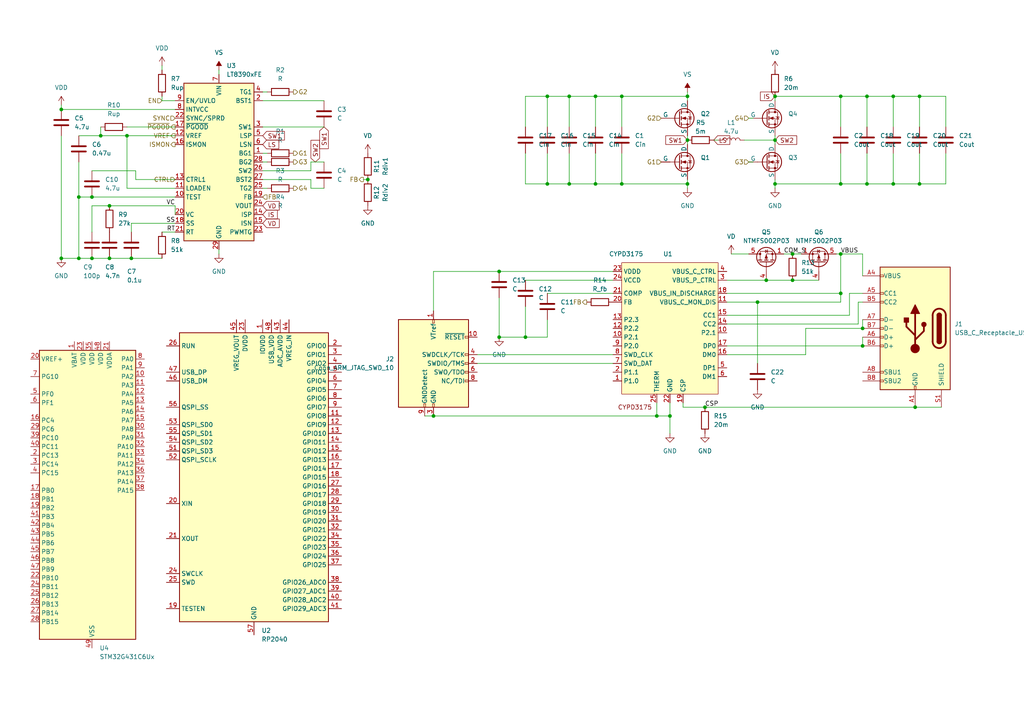
<source format=kicad_sch>
(kicad_sch (version 20230121) (generator eeschema)
  (paper "A4")
  (lib_symbols
    (symbol "CYPD3175-24LQ:CYPD3715-24LQ"
      (property "Reference" "U1" (at -0.5848 21.59 0))
      (property "Value" "~" (at -12.7 21.59 0))
      (symbol "CYPD3715-24LQ_1_1"
        (rectangle (start -13.97 19.05) (end 13.97 -19.05) (fill (type background)))
        (text "CYPD3175" (at -10.16 -22.86 0) (effects (font (size 1.27 1.27))))
        (pin bidirectional line (at -16.51 -15.24 0) (length 2.54) (name "P1.0") (number "1"))
        (pin bidirectional line (at -16.51 -2.54 0) (length 2.54) (name "P2.1") (number "10"))
        (pin bidirectional line (at 16.51 -1.27 180) (length 2.54) (name "P2.1") (number "10"))
        (pin input line (at 16.51 7.62 180) (length 2.54) (name "VBUS_C_MON_DIS") (number "11"))
        (pin bidirectional line (at -16.51 0 0) (length 2.54) (name "P2.2") (number "12"))
        (pin bidirectional line (at -16.51 2.54 0) (length 2.54) (name "P2.3") (number "13"))
        (pin bidirectional line (at 16.51 1.27 180) (length 2.54) (name "CC2") (number "14"))
        (pin bidirectional line (at 16.51 3.81 180) (length 2.54) (name "CC1") (number "15"))
        (pin bidirectional line (at 16.51 -7.62 180) (length 2.54) (name "DM0") (number "16"))
        (pin bidirectional line (at 16.51 -5.08 180) (length 2.54) (name "DP0") (number "17"))
        (pin input line (at 16.51 10.16 180) (length 2.54) (name "VBUS_IN_DISCHARGE") (number "18"))
        (pin input line (at 3.81 -21.59 90) (length 2.54) (name "CSP") (number "19"))
        (pin bidirectional line (at -16.51 -12.7 0) (length 2.54) (name "P1.1") (number "2"))
        (pin output line (at -16.51 7.62 0) (length 2.54) (name "FB") (number "20"))
        (pin output line (at -16.51 10.16 0) (length 2.54) (name "COMP") (number "21"))
        (pin power_in line (at 0 -21.59 90) (length 2.54) (name "GND") (number "22"))
        (pin power_in line (at -16.51 16.51 0) (length 2.54) (name "VDDD") (number "23"))
        (pin power_out line (at -16.51 13.97 0) (length 2.54) (name "VCCD") (number "24"))
        (pin passive line (at -3.81 -21.59 90) (length 2.54) (name "THERM") (number "25"))
        (pin output line (at 16.51 13.97 180) (length 2.54) (name "VBUS_P_CTRL") (number "3"))
        (pin output line (at 16.51 16.51 180) (length 2.54) (name "VBUS_C_CTRL") (number "4"))
        (pin bidirectional line (at 16.51 -11.43 180) (length 2.54) (name "DP1") (number "5"))
        (pin bidirectional line (at 16.51 -13.97 180) (length 2.54) (name "DM1") (number "6"))
        (pin bidirectional line (at -16.51 -10.16 0) (length 2.54) (name "SWD_DAT") (number "7"))
        (pin bidirectional line (at -16.51 -7.62 0) (length 2.54) (name "SWD_CLK") (number "8"))
        (pin bidirectional line (at -16.51 -5.08 0) (length 2.54) (name "P2.0") (number "9"))
      )
    )
    (symbol "Connector:Conn_ARM_JTAG_SWD_10" (pin_names (offset 1.016))
      (property "Reference" "J" (at -2.54 16.51 0))
      (property "Value" "Conn_ARM_JTAG_SWD_10" (at -2.54 13.97 0))
      (symbol "Conn_ARM_JTAG_SWD_10_0_1"
        (rectangle (start -10.16 12.7) (end 10.16 -12.7) (stroke (width 0.254)) (fill (type background)))
        (rectangle (start -2.794 -12.7) (end -2.286 -11.684))
        (rectangle (start -0.254 -12.7) (end 0.254 -11.684))
        (rectangle (start -0.254 12.7) (end 0.254 11.684))
        (rectangle (start 9.144 2.286) (end 10.16 2.794))
        (rectangle (start 10.16 -2.794) (end 9.144 -2.286))
        (rectangle (start 10.16 -0.254) (end 9.144 0.254))
        (rectangle (start 10.16 7.874) (end 9.144 7.366))
      )
      (symbol "Conn_ARM_JTAG_SWD_10_1_1"
        (rectangle (start 9.144 -5.334) (end 10.16 -4.826))
        (pin power_in line (at 0 15.24 270) (length 2.54) (name "VTref") (number "1"))
        (pin open_collector line (at 12.7 7.62 180) (length 2.54) (name "~{RESET}") (number "10"))
        (pin bidirectional line (at 12.7 0 180) (length 2.54) (name "SWDIO/TMS") (number "2"))
        (pin power_in line (at 0 -15.24 90) (length 2.54) (name "GND") (number "3"))
        (pin output line (at 12.7 2.54 180) (length 2.54) (name "SWDCLK/TCK") (number "4"))
        (pin passive line (at 0 -15.24 90) (length 2.54) hide (name "GND") (number "5"))
        (pin input line (at 12.7 -2.54 180) (length 2.54) (name "SWO/TDO") (number "6"))
        (pin no_connect line (at -10.16 0 0) (length 2.54) hide (name "KEY") (number "7"))
        (pin output line (at 12.7 -5.08 180) (length 2.54) (name "NC/TDI") (number "8"))
        (pin passive line (at -2.54 -15.24 90) (length 2.54) (name "GNDDetect") (number "9"))
      )
    )
    (symbol "Connector:USB_C_Receptacle_USB2.0" (pin_names (offset 1.016))
      (property "Reference" "J" (at -10.16 19.05 0))
      (property "Value" "USB_C_Receptacle_USB2.0" (at 19.05 19.05 0))
      (symbol "USB_C_Receptacle_USB2.0_0_0"
        (rectangle (start -0.254 -17.78) (end 0.254 -16.764))
        (rectangle (start 10.16 -14.986) (end 9.144 -15.494))
        (rectangle (start 10.16 -12.446) (end 9.144 -12.954))
        (rectangle (start 10.16 -4.826) (end 9.144 -5.334))
        (rectangle (start 10.16 -2.286) (end 9.144 -2.794))
        (rectangle (start 10.16 0.254) (end 9.144 -0.254))
        (rectangle (start 10.16 2.794) (end 9.144 2.286))
        (rectangle (start 10.16 7.874) (end 9.144 7.366))
        (rectangle (start 10.16 10.414) (end 9.144 9.906))
        (rectangle (start 10.16 15.494) (end 9.144 14.986))
      )
      (symbol "USB_C_Receptacle_USB2.0_0_1"
        (rectangle (start -10.16 17.78) (end 10.16 -17.78) (stroke (width 0.254)) (fill (type background)))
        (arc (start -8.89 -3.81) (mid -6.985 -5.7067) (end -5.08 -3.81) (stroke (width 0.508)))
        (arc (start -7.62 -3.81) (mid -6.985 -4.4423) (end -6.35 -3.81) (stroke (width 0.254)))
        (arc (start -7.62 -3.81) (mid -6.985 -4.4423) (end -6.35 -3.81) (stroke (width 0.254)) (fill (type outline)))
        (rectangle (start -7.62 -3.81) (end -6.35 3.81) (stroke (width 0.254)) (fill (type outline)))
        (arc (start -6.35 3.81) (mid -6.985 4.4423) (end -7.62 3.81) (stroke (width 0.254)))
        (arc (start -6.35 3.81) (mid -6.985 4.4423) (end -7.62 3.81) (stroke (width 0.254)) (fill (type outline)))
        (arc (start -5.08 3.81) (mid -6.985 5.7067) (end -8.89 3.81) (stroke (width 0.508)))
        (circle (center -2.54 1.143) (radius 0.635) (stroke (width 0.254)) (fill (type outline)))
        (circle (center 0 -5.842) (radius 1.27) (fill (type outline)))
        (polyline (pts (xy -8.89 -3.81) (xy -8.89 3.81)) (stroke (width 0.508)))
        (polyline (pts (xy -5.08 3.81) (xy -5.08 -3.81)) (stroke (width 0.508)))
        (polyline (pts (xy 0 -5.842) (xy 0 4.318)) (stroke (width 0.508)))
        (polyline (pts (xy 0 -3.302) (xy -2.54 -0.762) (xy -2.54 0.508)) (stroke (width 0.508)))
        (polyline (pts (xy 0 -2.032) (xy 2.54 0.508) (xy 2.54 1.778)) (stroke (width 0.508)))
        (polyline (pts (xy -1.27 4.318) (xy 0 6.858) (xy 1.27 4.318) (xy -1.27 4.318)) (stroke (width 0.254)) (fill (type outline)))
        (rectangle (start 1.905 1.778) (end 3.175 3.048) (stroke (width 0.254)) (fill (type outline)))
      )
      (symbol "USB_C_Receptacle_USB2.0_1_1"
        (pin passive line (at 0 -22.86 90) (length 5.08) (name "GND") (number "A1"))
        (pin passive line (at 0 -22.86 90) (length 5.08) hide (name "GND") (number "A12"))
        (pin passive line (at 15.24 15.24 180) (length 5.08) (name "VBUS") (number "A4"))
        (pin bidirectional line (at 15.24 10.16 180) (length 5.08) (name "CC1") (number "A5"))
        (pin bidirectional line (at 15.24 -2.54 180) (length 5.08) (name "D+") (number "A6"))
        (pin bidirectional line (at 15.24 2.54 180) (length 5.08) (name "D-") (number "A7"))
        (pin bidirectional line (at 15.24 -12.7 180) (length 5.08) (name "SBU1") (number "A8"))
        (pin passive line (at 15.24 15.24 180) (length 5.08) hide (name "VBUS") (number "A9"))
        (pin passive line (at 0 -22.86 90) (length 5.08) hide (name "GND") (number "B1"))
        (pin passive line (at 0 -22.86 90) (length 5.08) hide (name "GND") (number "B12"))
        (pin passive line (at 15.24 15.24 180) (length 5.08) hide (name "VBUS") (number "B4"))
        (pin bidirectional line (at 15.24 7.62 180) (length 5.08) (name "CC2") (number "B5"))
        (pin bidirectional line (at 15.24 -5.08 180) (length 5.08) (name "D+") (number "B6"))
        (pin bidirectional line (at 15.24 0 180) (length 5.08) (name "D-") (number "B7"))
        (pin bidirectional line (at 15.24 -15.24 180) (length 5.08) (name "SBU2") (number "B8"))
        (pin passive line (at 15.24 15.24 180) (length 5.08) hide (name "VBUS") (number "B9"))
        (pin passive line (at -7.62 -22.86 90) (length 5.08) (name "SHIELD") (number "S1"))
      )
    )
    (symbol "Device:C" (pin_numbers hide) (pin_names (offset 0.254))
      (property "Reference" "C" (at 0.635 2.54 0))
      (property "Value" "C" (at 0.635 -2.54 0))
      (symbol "C_0_1"
        (polyline (pts (xy -2.032 -0.762) (xy 2.032 -0.762)) (stroke (width 0.508)))
        (polyline (pts (xy -2.032 0.762) (xy 2.032 0.762)) (stroke (width 0.508)))
      )
      (symbol "C_1_1"
        (pin passive line (at 0 3.81 270) (length 2.794) (name "~") (number "1"))
        (pin passive line (at 0 -3.81 90) (length 2.794) (name "~") (number "2"))
      )
    )
    (symbol "Device:L" (pin_numbers hide) (pin_names (offset 1.016) hide)
      (property "Reference" "L" (at -1.27 0 90))
      (property "Value" "L" (at 1.905 0 90))
      (symbol "L_0_1"
        (arc (start 0 -2.54) (mid 0.6323 -1.905) (end 0 -1.27))
        (arc (start 0 -1.27) (mid 0.6323 -0.635) (end 0 0))
        (arc (start 0 0) (mid 0.6323 0.635) (end 0 1.27))
        (arc (start 0 1.27) (mid 0.6323 1.905) (end 0 2.54))
      )
      (symbol "L_1_1"
        (pin passive line (at 0 3.81 270) (length 1.27) (name "1") (number "1"))
        (pin passive line (at 0 -3.81 90) (length 1.27) (name "2") (number "2"))
      )
    )
    (symbol "Device:R" (pin_numbers hide) (pin_names (offset 0))
      (property "Reference" "R" (at 2.032 0 90))
      (property "Value" "R" (at 0 0 90))
      (symbol "R_0_1"
        (rectangle (start -1.016 -2.54) (end 1.016 2.54) (stroke (width 0.254)))
      )
      (symbol "R_1_1"
        (pin passive line (at 0 3.81 270) (length 1.27) (name "~") (number "1"))
        (pin passive line (at 0 -3.81 90) (length 1.27) (name "~") (number "2"))
      )
    )
    (symbol "Driver_LED:LT8391xFE"
      (property "Reference" "U3" (at 2.1941 27.94 0))
      (property "Value" "LT8391xFE" (at 2.1941 25.4 0))
      (symbol "LT8391xFE_0_1"
        (rectangle (start -10.16 22.86) (end 10.16 -22.86) (stroke (width 0.254)) (fill (type background)))
      )
      (symbol "LT8391xFE_1_1"
        (pin output line (at 12.7 2.54 180) (length 2.54) (name "BG1") (number "1"))
        (pin input line (at -12.7 -10.16 0) (length 2.54) (name "TEST") (number "10"))
        (pin input line (at -12.7 -7.62 0) (length 2.54) (name "LOADEN") (number "11"))
        (pin power_out line (at -12.7 7.62 0) (length 2.54) (name "VREF") (number "12"))
        (pin input line (at -12.7 -5.08 0) (length 2.54) (name "CTRL1") (number "13"))
        (pin input line (at 12.7 -15.24 180) (length 2.54) (name "ISP") (number "14"))
        (pin input line (at 12.7 -17.78 180) (length 2.54) (name "ISN") (number "15"))
        (pin input line (at -12.7 5.08 0) (length 2.54) (name "ISMON") (number "16"))
        (pin open_collector line (at -12.7 10.16 0) (length 2.54) (name "~{PGOOD}") (number "17"))
        (pin passive line (at -12.7 -17.78 0) (length 2.54) (name "SS") (number "18"))
        (pin input line (at 12.7 -10.16 180) (length 2.54) (name "FB") (number "19"))
        (pin passive line (at 12.7 17.78 180) (length 2.54) (name "BST1") (number "2"))
        (pin passive line (at -12.7 -15.24 0) (length 2.54) (name "VC") (number "20"))
        (pin passive line (at -12.7 -20.32 0) (length 2.54) (name "RT") (number "21"))
        (pin input line (at -12.7 12.7 0) (length 2.54) (name "SYNC/SPRD") (number "22"))
        (pin output line (at 12.7 -20.32 180) (length 2.54) (name "PWMTG") (number "23"))
        (pin power_in line (at 12.7 -12.7 180) (length 2.54) (name "VOUT") (number "24"))
        (pin output line (at 12.7 -7.62 180) (length 2.54) (name "TG2") (number "25"))
        (pin passive line (at 12.7 -2.54 180) (length 2.54) (name "SW2") (number "26"))
        (pin passive line (at 12.7 -5.08 180) (length 2.54) (name "BST2") (number "27"))
        (pin output line (at 12.7 0 180) (length 2.54) (name "BG2") (number "28"))
        (pin power_in line (at 0 -25.4 90) (length 2.54) (name "GND") (number "29"))
        (pin passive line (at 12.7 10.16 180) (length 2.54) (name "SW1") (number "3"))
        (pin output line (at 12.7 20.32 180) (length 2.54) (name "TG1") (number "4"))
        (pin input line (at 12.7 7.62 180) (length 2.54) (name "LSP") (number "5"))
        (pin input line (at 12.7 5.08 180) (length 2.54) (name "LSN") (number "6"))
        (pin power_in line (at 0 25.4 270) (length 2.54) (name "VIN") (number "7"))
        (pin power_out line (at -12.7 15.24 0) (length 2.54) (name "INTVCC") (number "8"))
        (pin input line (at -12.7 17.78 0) (length 2.54) (name "EN/UVLO") (number "9"))
      )
    )
    (symbol "MCU_RaspberryPi:RP2040"
      (property "Reference" "U" (at 17.78 45.72 0))
      (property "Value" "RP2040" (at 17.78 43.18 0))
      (symbol "RP2040_0_1"
        (rectangle (start -21.59 41.91) (end 21.59 -41.91) (stroke (width 0.254)) (fill (type background)))
      )
      (symbol "RP2040_1_1"
        (pin power_in line (at 2.54 45.72 270) (length 3.81) (name "IOVDD") (number "1"))
        (pin passive line (at 2.54 45.72 270) (length 3.81) hide (name "IOVDD") (number "10"))
        (pin bidirectional line (at 25.4 17.78 180) (length 3.81) (name "GPIO8") (number "11"))
        (pin bidirectional line (at 25.4 15.24 180) (length 3.81) (name "GPIO9") (number "12"))
        (pin bidirectional line (at 25.4 12.7 180) (length 3.81) (name "GPIO10") (number "13"))
        (pin bidirectional line (at 25.4 10.16 180) (length 3.81) (name "GPIO11") (number "14"))
        (pin bidirectional line (at 25.4 7.62 180) (length 3.81) (name "GPIO12") (number "15"))
        (pin bidirectional line (at 25.4 5.08 180) (length 3.81) (name "GPIO13") (number "16"))
        (pin bidirectional line (at 25.4 2.54 180) (length 3.81) (name "GPIO14") (number "17"))
        (pin bidirectional line (at 25.4 0 180) (length 3.81) (name "GPIO15") (number "18"))
        (pin input line (at -25.4 -38.1 0) (length 3.81) (name "TESTEN") (number "19"))
        (pin bidirectional line (at 25.4 38.1 180) (length 3.81) (name "GPIO0") (number "2"))
        (pin input line (at -25.4 -7.62 0) (length 3.81) (name "XIN") (number "20"))
        (pin passive line (at -25.4 -17.78 0) (length 3.81) (name "XOUT") (number "21"))
        (pin passive line (at 2.54 45.72 270) (length 3.81) hide (name "IOVDD") (number "22"))
        (pin power_in line (at -2.54 45.72 270) (length 3.81) (name "DVDD") (number "23"))
        (pin input line (at -25.4 -27.94 0) (length 3.81) (name "SWCLK") (number "24"))
        (pin bidirectional line (at -25.4 -30.48 0) (length 3.81) (name "SWD") (number "25"))
        (pin input line (at -25.4 38.1 0) (length 3.81) (name "RUN") (number "26"))
        (pin bidirectional line (at 25.4 -2.54 180) (length 3.81) (name "GPIO16") (number "27"))
        (pin bidirectional line (at 25.4 -5.08 180) (length 3.81) (name "GPIO17") (number "28"))
        (pin bidirectional line (at 25.4 -7.62 180) (length 3.81) (name "GPIO18") (number "29"))
        (pin bidirectional line (at 25.4 35.56 180) (length 3.81) (name "GPIO1") (number "3"))
        (pin bidirectional line (at 25.4 -10.16 180) (length 3.81) (name "GPIO19") (number "30"))
        (pin bidirectional line (at 25.4 -12.7 180) (length 3.81) (name "GPIO20") (number "31"))
        (pin bidirectional line (at 25.4 -15.24 180) (length 3.81) (name "GPIO21") (number "32"))
        (pin passive line (at 2.54 45.72 270) (length 3.81) hide (name "IOVDD") (number "33"))
        (pin bidirectional line (at 25.4 -17.78 180) (length 3.81) (name "GPIO22") (number "34"))
        (pin bidirectional line (at 25.4 -20.32 180) (length 3.81) (name "GPIO23") (number "35"))
        (pin bidirectional line (at 25.4 -22.86 180) (length 3.81) (name "GPIO24") (number "36"))
        (pin bidirectional line (at 25.4 -25.4 180) (length 3.81) (name "GPIO25") (number "37"))
        (pin bidirectional line (at 25.4 -30.48 180) (length 3.81) (name "GPIO26_ADC0") (number "38"))
        (pin bidirectional line (at 25.4 -33.02 180) (length 3.81) (name "GPIO27_ADC1") (number "39"))
        (pin bidirectional line (at 25.4 33.02 180) (length 3.81) (name "GPIO2") (number "4"))
        (pin bidirectional line (at 25.4 -35.56 180) (length 3.81) (name "GPIO28_ADC2") (number "40"))
        (pin bidirectional line (at 25.4 -38.1 180) (length 3.81) (name "GPIO29_ADC3") (number "41"))
        (pin passive line (at 2.54 45.72 270) (length 3.81) hide (name "IOVDD") (number "42"))
        (pin power_in line (at 7.62 45.72 270) (length 3.81) (name "ADC_AVDD") (number "43"))
        (pin power_in line (at 10.16 45.72 270) (length 3.81) (name "VREG_IN") (number "44"))
        (pin power_out line (at -5.08 45.72 270) (length 3.81) (name "VREG_VOUT") (number "45"))
        (pin bidirectional line (at -25.4 27.94 0) (length 3.81) (name "USB_DM") (number "46"))
        (pin bidirectional line (at -25.4 30.48 0) (length 3.81) (name "USB_DP") (number "47"))
        (pin power_in line (at 5.08 45.72 270) (length 3.81) (name "USB_VDD") (number "48"))
        (pin passive line (at 2.54 45.72 270) (length 3.81) hide (name "IOVDD") (number "49"))
        (pin bidirectional line (at 25.4 30.48 180) (length 3.81) (name "GPIO3") (number "5"))
        (pin passive line (at -2.54 45.72 270) (length 3.81) hide (name "DVDD") (number "50"))
        (pin bidirectional line (at -25.4 7.62 0) (length 3.81) (name "QSPI_SD3") (number "51"))
        (pin output line (at -25.4 5.08 0) (length 3.81) (name "QSPI_SCLK") (number "52"))
        (pin bidirectional line (at -25.4 15.24 0) (length 3.81) (name "QSPI_SD0") (number "53"))
        (pin bidirectional line (at -25.4 10.16 0) (length 3.81) (name "QSPI_SD2") (number "54"))
        (pin bidirectional line (at -25.4 12.7 0) (length 3.81) (name "QSPI_SD1") (number "55"))
        (pin bidirectional line (at -25.4 20.32 0) (length 3.81) (name "QSPI_SS") (number "56"))
        (pin power_in line (at 0 -45.72 90) (length 3.81) (name "GND") (number "57"))
        (pin bidirectional line (at 25.4 27.94 180) (length 3.81) (name "GPIO4") (number "6"))
        (pin bidirectional line (at 25.4 25.4 180) (length 3.81) (name "GPIO5") (number "7"))
        (pin bidirectional line (at 25.4 22.86 180) (length 3.81) (name "GPIO6") (number "8"))
        (pin bidirectional line (at 25.4 20.32 180) (length 3.81) (name "GPIO7") (number "9"))
      )
    )
    (symbol "MCU_ST_STM32G4:STM32G431C6Ux"
      (property "Reference" "U" (at -12.7 44.45 0))
      (property "Value" "STM32G431C6Ux" (at 10.16 44.45 0))
      (symbol "STM32G431C6Ux_0_1"
        (rectangle (start -12.7 -40.64) (end 15.24 43.18) (stroke (width 0.254)) (fill (type background)))
      )
      (symbol "STM32G431C6Ux_1_1"
        (pin power_in line (at -2.54 45.72 270) (length 2.54) (name "VBAT") (number "1"))
        (pin bidirectional line (at 17.78 35.56 180) (length 2.54) (name "PA2") (number "10"))
        (pin bidirectional line (at 17.78 33.02 180) (length 2.54) (name "PA3") (number "11"))
        (pin bidirectional line (at 17.78 30.48 180) (length 2.54) (name "PA4") (number "12"))
        (pin bidirectional line (at 17.78 27.94 180) (length 2.54) (name "PA5") (number "13"))
        (pin bidirectional line (at 17.78 25.4 180) (length 2.54) (name "PA6") (number "14"))
        (pin bidirectional line (at 17.78 22.86 180) (length 2.54) (name "PA7") (number "15"))
        (pin bidirectional line (at -15.24 22.86 0) (length 2.54) (name "PC4") (number "16"))
        (pin bidirectional line (at -15.24 2.54 0) (length 2.54) (name "PB0") (number "17"))
        (pin bidirectional line (at -15.24 0 0) (length 2.54) (name "PB1") (number "18"))
        (pin bidirectional line (at -15.24 -2.54 0) (length 2.54) (name "PB2") (number "19"))
        (pin bidirectional line (at -15.24 12.7 0) (length 2.54) (name "PC13") (number "2"))
        (pin input line (at -15.24 40.64 0) (length 2.54) (name "VREF+") (number "20"))
        (pin power_in line (at 7.62 45.72 270) (length 2.54) (name "VDDA") (number "21"))
        (pin bidirectional line (at -15.24 -22.86 0) (length 2.54) (name "PB10") (number "22"))
        (pin power_in line (at 0 45.72 270) (length 2.54) (name "VDD") (number "23"))
        (pin bidirectional line (at -15.24 -25.4 0) (length 2.54) (name "PB11") (number "24"))
        (pin bidirectional line (at -15.24 -27.94 0) (length 2.54) (name "PB12") (number "25"))
        (pin bidirectional line (at -15.24 -30.48 0) (length 2.54) (name "PB13") (number "26"))
        (pin bidirectional line (at -15.24 -33.02 0) (length 2.54) (name "PB14") (number "27"))
        (pin bidirectional line (at -15.24 -35.56 0) (length 2.54) (name "PB15") (number "28"))
        (pin bidirectional line (at -15.24 20.32 0) (length 2.54) (name "PC6") (number "29"))
        (pin bidirectional line (at -15.24 10.16 0) (length 2.54) (name "PC14") (number "3"))
        (pin bidirectional line (at 17.78 20.32 180) (length 2.54) (name "PA8") (number "30"))
        (pin bidirectional line (at 17.78 17.78 180) (length 2.54) (name "PA9") (number "31"))
        (pin bidirectional line (at 17.78 15.24 180) (length 2.54) (name "PA10") (number "32"))
        (pin bidirectional line (at 17.78 12.7 180) (length 2.54) (name "PA11") (number "33"))
        (pin bidirectional line (at 17.78 10.16 180) (length 2.54) (name "PA12") (number "34"))
        (pin power_in line (at 2.54 45.72 270) (length 2.54) (name "VDD") (number "35"))
        (pin bidirectional line (at 17.78 7.62 180) (length 2.54) (name "PA13") (number "36"))
        (pin bidirectional line (at 17.78 5.08 180) (length 2.54) (name "PA14") (number "37"))
        (pin bidirectional line (at 17.78 2.54 180) (length 2.54) (name "PA15") (number "38"))
        (pin bidirectional line (at -15.24 17.78 0) (length 2.54) (name "PC10") (number "39"))
        (pin bidirectional line (at -15.24 7.62 0) (length 2.54) (name "PC15") (number "4"))
        (pin bidirectional line (at -15.24 15.24 0) (length 2.54) (name "PC11") (number "40"))
        (pin bidirectional line (at -15.24 -5.08 0) (length 2.54) (name "PB3") (number "41"))
        (pin bidirectional line (at -15.24 -7.62 0) (length 2.54) (name "PB4") (number "42"))
        (pin bidirectional line (at -15.24 -10.16 0) (length 2.54) (name "PB5") (number "43"))
        (pin bidirectional line (at -15.24 -12.7 0) (length 2.54) (name "PB6") (number "44"))
        (pin bidirectional line (at -15.24 -15.24 0) (length 2.54) (name "PB7") (number "45"))
        (pin bidirectional line (at -15.24 -17.78 0) (length 2.54) (name "PB8") (number "46"))
        (pin bidirectional line (at -15.24 -20.32 0) (length 2.54) (name "PB9") (number "47"))
        (pin power_in line (at 5.08 45.72 270) (length 2.54) (name "VDD") (number "48"))
        (pin power_in line (at 2.54 -43.18 90) (length 2.54) (name "VSS") (number "49"))
        (pin bidirectional line (at -15.24 30.48 0) (length 2.54) (name "PF0") (number "5"))
        (pin bidirectional line (at -15.24 27.94 0) (length 2.54) (name "PF1") (number "6"))
        (pin bidirectional line (at -15.24 35.56 0) (length 2.54) (name "PG10") (number "7"))
        (pin bidirectional line (at 17.78 40.64 180) (length 2.54) (name "PA0") (number "8"))
        (pin bidirectional line (at 17.78 38.1 180) (length 2.54) (name "PA1") (number "9"))
      )
    )
    (symbol "Simulation_SPICE:NMOS" (pin_numbers hide) (pin_names (offset 0))
      (property "Reference" "Q" (at 5.08 1.27 0))
      (property "Value" "NMOS" (at 5.08 -1.27 0))
      (symbol "NMOS_0_1"
        (polyline (pts (xy 0.254 0) (xy -2.54 0)))
        (polyline (pts (xy 0.254 1.905) (xy 0.254 -1.905)) (stroke (width 0.254)))
        (polyline (pts (xy 0.762 -1.27) (xy 0.762 -2.286)) (stroke (width 0.254)))
        (polyline (pts (xy 0.762 0.508) (xy 0.762 -0.508)) (stroke (width 0.254)))
        (polyline (pts (xy 0.762 2.286) (xy 0.762 1.27)) (stroke (width 0.254)))
        (polyline (pts (xy 2.54 2.54) (xy 2.54 1.778)))
        (polyline (pts (xy 2.54 -2.54) (xy 2.54 0) (xy 0.762 0)))
        (polyline (pts (xy 0.762 -1.778) (xy 3.302 -1.778) (xy 3.302 1.778) (xy 0.762 1.778)))
        (polyline (pts (xy 1.016 0) (xy 2.032 0.381) (xy 2.032 -0.381) (xy 1.016 0)) (fill (type outline)))
        (polyline (pts (xy 2.794 0.508) (xy 2.921 0.381) (xy 3.683 0.381) (xy 3.81 0.254)))
        (polyline (pts (xy 3.302 0.381) (xy 2.921 -0.254) (xy 3.683 -0.254) (xy 3.302 0.381)))
        (circle (center 1.651 0) (radius 2.794) (stroke (width 0.254)))
        (circle (center 2.54 -1.778) (radius 0.254) (fill (type outline)))
        (circle (center 2.54 1.778) (radius 0.254) (fill (type outline)))
      )
      (symbol "NMOS_1_1"
        (pin passive line (at 2.54 5.08 270) (length 2.54) (name "D") (number "1"))
        (pin input line (at -5.08 0 0) (length 2.54) (name "G") (number "2"))
        (pin passive line (at 2.54 -5.08 90) (length 2.54) (name "S") (number "3"))
      )
    )
    (symbol "Transistor_FET:AON6411" (pin_names hide)
      (property "Reference" "Q" (at 5.08 1.905 0))
      (property "Value" "AON6411" (at 5.08 0 0))
      (symbol "AON6411_0_1"
        (polyline (pts (xy 0.254 0) (xy -2.54 0)))
        (polyline (pts (xy 0.254 1.905) (xy 0.254 -1.905)) (stroke (width 0.254)))
        (polyline (pts (xy 0.762 -1.27) (xy 0.762 -2.286)) (stroke (width 0.254)))
        (polyline (pts (xy 0.762 0.508) (xy 0.762 -0.508)) (stroke (width 0.254)))
        (polyline (pts (xy 0.762 2.286) (xy 0.762 1.27)) (stroke (width 0.254)))
        (polyline (pts (xy 2.54 2.54) (xy 2.54 1.778)))
        (polyline (pts (xy 2.54 -2.54) (xy 2.54 0) (xy 0.762 0)))
        (polyline (pts (xy 0.762 1.778) (xy 3.302 1.778) (xy 3.302 -1.778) (xy 0.762 -1.778)))
        (polyline (pts (xy 2.286 0) (xy 1.27 0.381) (xy 1.27 -0.381) (xy 2.286 0)) (fill (type outline)))
        (polyline (pts (xy 2.794 -0.508) (xy 2.921 -0.381) (xy 3.683 -0.381) (xy 3.81 -0.254)))
        (polyline (pts (xy 3.302 -0.381) (xy 2.921 0.254) (xy 3.683 0.254) (xy 3.302 -0.381)))
        (circle (center 1.651 0) (radius 2.794) (stroke (width 0.254)))
        (circle (center 2.54 -1.778) (radius 0.254) (fill (type outline)))
        (circle (center 2.54 1.778) (radius 0.254) (fill (type outline)))
      )
      (symbol "AON6411_1_1"
        (pin passive line (at 2.54 -5.08 90) (length 2.54) (name "S") (number "1"))
        (pin passive line (at 2.54 -5.08 90) (length 2.54) hide (name "S") (number "2"))
        (pin passive line (at 2.54 -5.08 90) (length 2.54) hide (name "S") (number "3"))
        (pin input line (at -5.08 0 0) (length 2.54) (name "G") (number "4"))
        (pin passive line (at 2.54 5.08 270) (length 2.54) (name "D") (number "5"))
      )
    )
    (symbol "power:GND" (power) (pin_names (offset 0))
      (property "Value" "GND" (at 0 -3.81 0))
      (symbol "GND_0_1"
        (polyline (pts (xy 0 0) (xy 0 -1.27) (xy 1.27 -1.27) (xy 0 -2.54) (xy -1.27 -1.27) (xy 0 -1.27)))
      )
      (symbol "GND_1_1"
        (pin power_in line (at 0 0 270) (length 0) hide (name "GND") (number "1"))
      )
    )
    (symbol "power:VD" (power) (pin_names (offset 0))
      (property "Value" "VD" (at 0 3.81 0))
      (symbol "VD_0_1"
        (polyline (pts (xy -0.762 1.27) (xy 0 2.54)))
        (polyline (pts (xy 0 0) (xy 0 2.54)))
        (polyline (pts (xy 0 2.54) (xy 0.762 1.27)))
      )
      (symbol "VD_1_1"
        (pin power_in line (at 0 0 90) (length 0) hide (name "VD") (number "1"))
      )
    )
    (symbol "power:VDD" (power) (pin_names (offset 0))
      (property "Value" "VDD" (at 0 3.81 0))
      (symbol "VDD_0_1"
        (polyline (pts (xy -0.762 1.27) (xy 0 2.54)))
        (polyline (pts (xy 0 0) (xy 0 2.54)))
        (polyline (pts (xy 0 2.54) (xy 0.762 1.27)))
      )
      (symbol "VDD_1_1"
        (pin power_in line (at 0 0 90) (length 0) hide (name "VDD") (number "1"))
      )
    )
    (symbol "power:VS" (power) (pin_names (offset 0))
      (property "Value" "VS" (at 0 3.81 0))
      (symbol "VS_0_1"
        (polyline (pts (xy 0 0) (xy 0 2.54)))
        (polyline (pts (xy 0.762 1.27) (xy -0.762 1.27) (xy 0 2.54) (xy 0.762 1.27)) (fill (type outline)))
      )
      (symbol "VS_1_1"
        (pin power_in line (at 0 0 90) (length 0) hide (name "VS") (number "1"))
      )
    )
  )
  (junction (at 190.5 120.65))
  (junction (at 158.75 53.34))
  (junction (at 204.47 118.11))
  (junction (at 36.83 39.37))
  (junction (at 243.84 73.66))
  (junction (at 31.75 59.69))
  (junction (at 31.75 74.93))
  (junction (at 251.46 27.94))
  (junction (at 251.46 53.34))
  (junction (at 152.4 97.79))
  (junction (at 17.78 74.93))
  (junction (at 194.31 120.65))
  (junction (at 243.84 27.94))
  (junction (at 158.75 27.94))
  (junction (at 125.73 120.65))
  (junction (at 26.67 57.15))
  (junction (at 259.08 27.94))
  (junction (at 224.79 53.34))
  (junction (at 266.7 27.94))
  (junction (at 144.78 97.79))
  (junction (at 106.68 52.07))
  (junction (at 243.84 85.09))
  (junction (at 229.87 81.28))
  (junction (at 224.79 40.64))
  (junction (at 26.67 74.93))
  (junction (at 172.72 27.94))
  (junction (at 219.71 87.63))
  (junction (at 38.1 74.93))
  (junction (at 29.21 39.37))
  (junction (at 229.87 73.66))
  (junction (at 199.39 53.34))
  (junction (at 165.1 27.94))
  (junction (at 250.19 95.25))
  (junction (at 259.08 53.34))
  (junction (at 180.34 27.94))
  (junction (at 222.25 81.28))
  (junction (at 180.34 53.34))
  (junction (at 144.78 78.74))
  (junction (at 199.39 40.64))
  (junction (at 17.78 31.75))
  (junction (at 199.39 27.94))
  (junction (at 243.84 53.34))
  (junction (at 265.43 118.11))
  (junction (at 224.79 27.94))
  (junction (at 165.1 53.34))
  (junction (at 266.7 53.34))
  (junction (at 250.19 100.33))
  (junction (at 172.72 53.34))
  (junction (at 22.86 74.93))
  (junction (at 22.86 57.15))
  (wire (pts (xy 38.1 67.31) (xy 38.1 64.77)))
  (wire (pts (xy 212.09 73.66) (xy 217.17 73.66)))
  (wire (pts (xy 199.39 52.07) (xy 199.39 53.34)))
  (wire (pts (xy 251.46 44.45) (xy 251.46 53.34)))
  (wire (pts (xy 50.8 54.61) (xy 36.83 54.61)))
  (wire (pts (xy 152.4 97.79) (xy 158.75 97.79)))
  (wire (pts (xy 26.67 57.15) (xy 50.8 57.15)))
  (wire (pts (xy 50.8 59.69) (xy 50.8 62.23)))
  (wire (pts (xy 250.19 97.79) (xy 250.19 100.33)))
  (wire (pts (xy 158.75 53.34) (xy 165.1 53.34)))
  (wire (pts (xy 152.4 44.45) (xy 152.4 53.34)))
  (wire (pts (xy 199.39 26.67) (xy 199.39 27.94)))
  (wire (pts (xy 125.73 90.17) (xy 125.73 78.74)))
  (wire (pts (xy 76.2 26.67) (xy 77.47 26.67)))
  (wire (pts (xy 36.83 54.61) (xy 36.83 39.37)))
  (wire (pts (xy 125.73 120.65) (xy 190.5 120.65)))
  (wire (pts (xy 243.84 27.94) (xy 224.79 27.94)))
  (wire (pts (xy 180.34 36.83) (xy 180.34 27.94)))
  (wire (pts (xy 199.39 39.37) (xy 199.39 40.64)))
  (wire (pts (xy 165.1 53.34) (xy 172.72 53.34)))
  (wire (pts (xy 144.78 78.74) (xy 177.8 78.74)))
  (wire (pts (xy 26.67 74.93) (xy 31.75 74.93)))
  (wire (pts (xy 251.46 27.94) (xy 243.84 27.94)))
  (wire (pts (xy 29.21 36.83) (xy 29.21 39.37)))
  (wire (pts (xy 158.75 85.09) (xy 177.8 85.09)))
  (wire (pts (xy 76.2 29.21) (xy 93.98 29.21)))
  (wire (pts (xy 158.75 92.71) (xy 158.75 97.79)))
  (wire (pts (xy 165.1 36.83) (xy 165.1 27.94)))
  (wire (pts (xy 199.39 53.34) (xy 199.39 54.61)))
  (wire (pts (xy 266.7 53.34) (xy 259.08 53.34)))
  (wire (pts (xy 210.82 87.63) (xy 219.71 87.63)))
  (wire (pts (xy 194.31 120.65) (xy 194.31 125.73)))
  (wire (pts (xy 180.34 44.45) (xy 180.34 53.34)))
  (wire (pts (xy 38.1 64.77) (xy 50.8 64.77)))
  (wire (pts (xy 248.92 87.63) (xy 250.19 87.63)))
  (wire (pts (xy 199.39 40.64) (xy 199.39 41.91)))
  (wire (pts (xy 204.47 118.11) (xy 198.12 118.11)))
  (wire (pts (xy 198.12 116.84) (xy 198.12 118.11)))
  (wire (pts (xy 165.1 44.45) (xy 165.1 53.34)))
  (wire (pts (xy 46.99 19.05) (xy 46.99 20.32)))
  (wire (pts (xy 76.2 54.61) (xy 77.47 54.61)))
  (wire (pts (xy 190.5 116.84) (xy 190.5 120.65)))
  (wire (pts (xy 243.84 44.45) (xy 243.84 53.34)))
  (wire (pts (xy 251.46 36.83) (xy 251.46 27.94)))
  (wire (pts (xy 219.71 87.63) (xy 243.84 87.63)))
  (wire (pts (xy 250.19 92.71) (xy 250.19 95.25)))
  (wire (pts (xy 22.86 39.37) (xy 29.21 39.37)))
  (wire (pts (xy 210.82 85.09) (xy 243.84 85.09)))
  (wire (pts (xy 266.7 44.45) (xy 266.7 53.34)))
  (wire (pts (xy 229.87 73.66) (xy 232.41 73.66)))
  (wire (pts (xy 17.78 31.75) (xy 50.8 31.75)))
  (wire (pts (xy 90.17 54.61) (xy 93.98 54.61)))
  (wire (pts (xy 259.08 53.34) (xy 251.46 53.34)))
  (wire (pts (xy 217.17 46.99) (xy 218.44 46.99)))
  (wire (pts (xy 242.57 73.66) (xy 243.84 73.66)))
  (wire (pts (xy 224.79 39.37) (xy 224.79 40.64)))
  (wire (pts (xy 39.37 49.53) (xy 39.37 52.07)))
  (wire (pts (xy 243.84 36.83) (xy 243.84 27.94)))
  (wire (pts (xy 259.08 36.83) (xy 259.08 27.94)))
  (wire (pts (xy 22.86 74.93) (xy 17.78 74.93)))
  (wire (pts (xy 180.34 27.94) (xy 199.39 27.94)))
  (wire (pts (xy 76.2 49.53) (xy 90.17 49.53)))
  (wire (pts (xy 125.73 78.74) (xy 144.78 78.74)))
  (wire (pts (xy 259.08 44.45) (xy 259.08 53.34)))
  (wire (pts (xy 259.08 27.94) (xy 251.46 27.94)))
  (wire (pts (xy 39.37 52.07) (xy 50.8 52.07)))
  (wire (pts (xy 31.75 74.93) (xy 38.1 74.93)))
  (wire (pts (xy 210.82 93.98) (xy 248.92 93.98)))
  (wire (pts (xy 90.17 46.99) (xy 93.98 46.99)))
  (wire (pts (xy 172.72 27.94) (xy 180.34 27.94)))
  (wire (pts (xy 224.79 53.34) (xy 224.79 54.61)))
  (wire (pts (xy 243.84 73.66) (xy 250.19 73.66)))
  (wire (pts (xy 222.25 81.28) (xy 229.87 81.28)))
  (wire (pts (xy 46.99 27.94) (xy 46.99 29.21)))
  (wire (pts (xy 36.83 39.37) (xy 50.8 39.37)))
  (wire (pts (xy 199.39 27.94) (xy 199.39 29.21)))
  (wire (pts (xy 248.92 93.98) (xy 248.92 87.63)))
  (wire (pts (xy 207.01 40.64) (xy 208.28 40.64)))
  (wire (pts (xy 210.82 100.33) (xy 250.19 100.33)))
  (wire (pts (xy 36.83 36.83) (xy 50.8 36.83)))
  (wire (pts (xy 219.71 87.63) (xy 219.71 105.41)))
  (wire (pts (xy 243.84 85.09) (xy 243.84 73.66)))
  (wire (pts (xy 152.4 88.9) (xy 152.4 97.79)))
  (wire (pts (xy 38.1 74.93) (xy 46.99 74.93)))
  (wire (pts (xy 76.2 46.99) (xy 77.47 46.99)))
  (wire (pts (xy 265.43 118.11) (xy 273.05 118.11)))
  (wire (pts (xy 90.17 49.53) (xy 90.17 46.99)))
  (wire (pts (xy 63.5 72.39) (xy 63.5 73.66)))
  (wire (pts (xy 138.43 105.41) (xy 177.8 105.41)))
  (wire (pts (xy 123.19 120.65) (xy 125.73 120.65)))
  (wire (pts (xy 46.99 67.31) (xy 50.8 67.31)))
  (wire (pts (xy 246.38 85.09) (xy 250.19 85.09)))
  (wire (pts (xy 76.2 52.07) (xy 90.17 52.07)))
  (wire (pts (xy 194.31 116.84) (xy 194.31 120.65)))
  (wire (pts (xy 26.67 59.69) (xy 31.75 59.69)))
  (wire (pts (xy 165.1 27.94) (xy 172.72 27.94)))
  (wire (pts (xy 190.5 120.65) (xy 194.31 120.65)))
  (wire (pts (xy 152.4 53.34) (xy 158.75 53.34)))
  (wire (pts (xy 243.84 87.63) (xy 243.84 85.09)))
  (wire (pts (xy 76.2 44.45) (xy 77.47 44.45)))
  (wire (pts (xy 246.38 91.44) (xy 246.38 85.09)))
  (wire (pts (xy 22.86 57.15) (xy 22.86 74.93)))
  (wire (pts (xy 144.78 97.79) (xy 152.4 97.79)))
  (wire (pts (xy 144.78 86.36) (xy 144.78 97.79)))
  (wire (pts (xy 105.41 52.07) (xy 106.68 52.07)))
  (wire (pts (xy 22.86 74.93) (xy 26.67 74.93)))
  (wire (pts (xy 243.84 53.34) (xy 224.79 53.34)))
  (wire (pts (xy 138.43 102.87) (xy 177.8 102.87)))
  (wire (pts (xy 227.33 73.66) (xy 229.87 73.66)))
  (wire (pts (xy 158.75 27.94) (xy 165.1 27.94)))
  (wire (pts (xy 274.32 27.94) (xy 266.7 27.94)))
  (wire (pts (xy 233.68 102.87) (xy 210.82 102.87)))
  (wire (pts (xy 224.79 40.64) (xy 224.79 41.91)))
  (wire (pts (xy 274.32 44.45) (xy 274.32 53.34)))
  (wire (pts (xy 274.32 36.83) (xy 274.32 27.94)))
  (wire (pts (xy 152.4 81.28) (xy 177.8 81.28)))
  (wire (pts (xy 26.67 49.53) (xy 39.37 49.53)))
  (wire (pts (xy 152.4 36.83) (xy 152.4 27.94)))
  (wire (pts (xy 224.79 52.07) (xy 224.79 53.34)))
  (wire (pts (xy 224.79 27.94) (xy 224.79 29.21)))
  (wire (pts (xy 152.4 27.94) (xy 158.75 27.94)))
  (wire (pts (xy 180.34 53.34) (xy 199.39 53.34)))
  (wire (pts (xy 26.67 67.31) (xy 26.67 59.69)))
  (wire (pts (xy 17.78 39.37) (xy 17.78 74.93)))
  (wire (pts (xy 29.21 39.37) (xy 36.83 39.37)))
  (wire (pts (xy 274.32 53.34) (xy 266.7 53.34)))
  (wire (pts (xy 22.86 46.99) (xy 22.86 57.15)))
  (wire (pts (xy 210.82 91.44) (xy 246.38 91.44)))
  (wire (pts (xy 22.86 57.15) (xy 26.67 57.15)))
  (wire (pts (xy 90.17 52.07) (xy 90.17 54.61)))
  (wire (pts (xy 31.75 59.69) (xy 50.8 59.69)))
  (wire (pts (xy 172.72 53.34) (xy 180.34 53.34)))
  (wire (pts (xy 215.9 40.64) (xy 224.79 40.64)))
  (wire (pts (xy 158.75 36.83) (xy 158.75 27.94)))
  (wire (pts (xy 266.7 36.83) (xy 266.7 27.94)))
  (wire (pts (xy 229.87 81.28) (xy 237.49 81.28)))
  (wire (pts (xy 63.5 20.32) (xy 63.5 21.59)))
  (wire (pts (xy 172.72 44.45) (xy 172.72 53.34)))
  (wire (pts (xy 266.7 27.94) (xy 259.08 27.94)))
  (wire (pts (xy 251.46 53.34) (xy 243.84 53.34)))
  (wire (pts (xy 17.78 30.48) (xy 17.78 31.75)))
  (wire (pts (xy 46.99 29.21) (xy 50.8 29.21)))
  (wire (pts (xy 250.19 95.25) (xy 233.68 95.25)))
  (wire (pts (xy 217.17 34.29) (xy 218.44 34.29)))
  (wire (pts (xy 250.19 73.66) (xy 250.19 80.01)))
  (wire (pts (xy 172.72 36.83) (xy 172.72 27.94)))
  (wire (pts (xy 210.82 81.28) (xy 222.25 81.28)))
  (wire (pts (xy 76.2 36.83) (xy 93.98 36.83)))
  (wire (pts (xy 204.47 118.11) (xy 265.43 118.11)))
  (wire (pts (xy 233.68 95.25) (xy 233.68 102.87)))
  (wire (pts (xy 158.75 44.45) (xy 158.75 53.34)))
  (label "VC" (at 50.8 59.69 180))
  (label "SS" (at 50.8 64.77 180))
  (label "COM_S" (at 227.33 73.66 0))
  (label "VBUS" (at 243.84 73.66 0))
  (label "RT" (at 50.8 67.31 180))
  (label "CSP" (at 204.47 118.11 0))
  (global_label "SW2" (shape input) (at 224.79 40.64 0) (property "Intersheetrefs" "${INTERSHEET_REFS}" (effects hide)))
  (global_label "SW1" (shape input) (at 199.39 40.64 180) (property "Intersheetrefs" "${INTERSHEET_REFS}" (effects hide)))
  (global_label "VD" (shape input) (at 76.2 59.69 0) (property "Intersheetrefs" "${INTERSHEET_REFS}" (effects hide)))
  (global_label "SW1" (shape input) (at 76.2 39.37 0) (property "Intersheetrefs" "${INTERSHEET_REFS}" (effects hide)))
  (global_label "IS" (shape input) (at 76.2 62.23 0) (property "Intersheetrefs" "${INTERSHEET_REFS}" (effects hide)))
  (global_label "SW2" (shape input) (at 91.44 46.99 90) (property "Intersheetrefs" "${INTERSHEET_REFS}" (effects hide)))
  (global_label "IS" (shape input) (at 224.79 27.94 180) (property "Intersheetrefs" "${INTERSHEET_REFS}" (effects hide)))
  (global_label "SW1" (shape input) (at 93.98 36.83 270) (property "Intersheetrefs" "${INTERSHEET_REFS}" (effects hide)))
  (global_label "LS" (shape input) (at 76.2 41.91 0) (property "Intersheetrefs" "${INTERSHEET_REFS}" (effects hide)))
  (global_label "LS" (shape input) (at 207.01 40.64 0) (property "Intersheetrefs" "${INTERSHEET_REFS}" (effects hide)))
  (global_label "VD" (shape input) (at 76.2 64.77 0) (property "Intersheetrefs" "${INTERSHEET_REFS}" (effects hide)))
  (hierarchical_label "G4" (shape output) (at 85.09 54.61 0))
  (hierarchical_label "G2" (shape output) (at 85.09 26.67 0))
  (hierarchical_label "G4" (shape input) (at 217.17 34.29 180))
  (hierarchical_label "EN" (shape input) (at 46.99 29.21 180) (property "Netclass" "Default" (effects hide)))
  (hierarchical_label "G2" (shape input) (at 191.77 34.29 180))
  (hierarchical_label "G3" (shape output) (at 85.09 46.99 0))
  (hierarchical_label "VREF" (shape output) (at 50.8 39.37 180))
  (hierarchical_label "G1" (shape input) (at 191.77 46.99 180))
  (hierarchical_label "CTRL" (shape input) (at 50.8 52.07 180))
  (hierarchical_label "~{PGOOD}" (shape output) (at 50.8 36.83 180))
  (hierarchical_label "G3" (shape input) (at 217.17 46.99 180))
  (hierarchical_label "FB" (shape output) (at 170.18 87.63 180))
  (hierarchical_label "FB" (shape input) (at 76.2 57.15 0))
  (hierarchical_label "G1" (shape output) (at 85.09 44.45 0))
  (hierarchical_label "SYNC" (shape input) (at 50.8 34.29 180))
  (hierarchical_label "FB" (shape output) (at 105.41 52.07 180))
  (hierarchical_label "ISMON" (shape output) (at 50.8 41.91 180))
  (symbol (lib_id "Device:C") (at 31.75 71.12 0) (unit 1)
    (property "Reference" "C8" (at 30.48 77.47 0) (effects (justify left)))
    (property "Value" "4.7n" (at 30.48 80.01 0) (effects (justify left)))
    (property "Footprint" "Capacitor_SMD:C_0603_1608Metric" (effects hide))
  )
  (symbol (lib_id "power:VD") (at 224.79 20.32 0) (unit 1)
    (property "Reference" "#PWR04" (effects hide))
    (property "Value" "VD" (at 224.79 15.24 0))
  )
  (symbol (lib_id "Device:R") (at 81.28 54.61 90) (unit 1)
    (property "Reference" "R4" (at 81.28 57.15 90))
    (property "Value" "R" (at 81.28 59.69 90))
    (property "Footprint" "Resistor_SMD:R_0603_1608Metric" (effects hide))
  )
  (symbol (lib_id "Device:L") (at 212.09 40.64 90) (unit 1)
    (property "Reference" "L1" (at 212.09 35.56 90))
    (property "Value" "4.7u" (at 212.09 38.1 90))
    (property "Footprint" "Inductor_SMD:L_Vishay_IHLP-6767" (effects hide))
    (property "Datasheet" "https://www.vishay.com/docs/34282/ihlp-6767gz-11.pdf" (effects hide))
  )
  (symbol (lib_id "Device:C") (at 219.71 109.22 180) (unit 1)
    (property "Reference" "C22" (at 223.52 107.95 0) (effects (justify right)))
    (property "Value" "C" (at 223.52 110.49 0) (effects (justify right)))
    (property "Footprint" "Capacitor_SMD:C_0603_1608Metric" (effects hide))
  )
  (symbol (lib_id "power:GND") (at 106.68 59.69 0) (unit 1)
    (property "Reference" "#PWR010" (effects hide))
    (property "Value" "GND" (at 106.68 64.77 0))
  )
  (symbol (lib_id "power:VD") (at 106.68 44.45 0) (unit 1)
    (property "Reference" "#PWR011" (effects hide))
    (property "Value" "VD" (at 106.68 39.37 0))
  )
  (symbol (lib_id "Device:C") (at 26.67 71.12 0) (unit 1)
    (property "Reference" "C9" (at 24.13 77.47 0) (effects (justify left)))
    (property "Value" "100p" (at 24.13 80.01 0) (effects (justify left)))
    (property "Footprint" "Capacitor_SMD:C_0603_1608Metric" (effects hide))
  )
  (symbol (lib_id "Device:R") (at 204.47 121.92 180) (unit 1)
    (property "Reference" "R15" (at 207.01 120.65 0) (effects (justify right)))
    (property "Value" "20m" (at 207.01 123.19 0) (effects (justify right)))
    (property "Footprint" "Resistor_SMD:R_1206_3216Metric" (effects hide))
    (property "Datasheet" "https://www.ohmite.com/assets/docs/res_lvk.pdf?r=false" (effects hide))
  )
  (symbol (lib_id "Device:C") (at 180.34 40.64 0) (unit 1)
    (property "Reference" "C1" (at 184.15 39.37 0) (effects (justify left)))
    (property "Value" "Cin" (at 184.15 41.91 0) (effects (justify left)))
    (property "Footprint" "Capacitor_SMD:CP_Elec_10x7.9" (effects hide))
  )
  (symbol (lib_id "power:GND") (at 144.78 97.79 0) (unit 1)
    (property "Reference" "#PWR015" (effects hide))
    (property "Value" "GND" (at 144.78 102.87 0))
  )
  (symbol (lib_id "Transistor_FET:AON6411") (at 222.25 76.2 90) (unit 1)
    (property "Reference" "Q5" (at 222.25 67.31 90))
    (property "Value" "NTMFS002P03" (at 222.25 69.85 90))
    (property "Footprint" "Package_DFN_QFN:AO_DFN-8-1EP_5.55x5.2mm_P1.27mm_EP4.12x4.6mm" (effects hide))
    (property "Datasheet" "http://www.aosmd.com/res/data_sheets/AON6411.pdf" (effects hide))
    (property "Sim.Device" "PMOS" (effects hide))
    (property "Sim.Type" "VDMOS" (effects hide))
    (property "Sim.Pins" "1=D 2=G 3=S" (effects hide))
  )
  (symbol (lib_id "Simulation_SPICE:NMOS") (at 196.85 34.29 0) (unit 1)
    (property "Reference" "Q2" (at 203.2 33.02 0) (effects (justify left)))
    (property "Value" "NMOS" (effects hide))
    (property "Footprint" "Library:ECP2302" (effects hide))
    (property "Datasheet" "https://ngspice.sourceforge.io/docs/ngspice-manual.pdf" (effects hide))
    (property "Sim.Device" "NMOS" (effects hide))
    (property "Sim.Type" "VDMOS" (effects hide))
    (property "Sim.Pins" "1=D 2=G 3=S" (effects hide))
  )
  (symbol (lib_id "Device:C") (at 274.32 40.64 0) (unit 1)
    (property "Reference" "C21" (at 278.13 39.37 0) (effects (justify left)))
    (property "Value" "Cout" (at 278.13 41.91 0) (effects (justify left)))
    (property "Footprint" "Capacitor_SMD:C_1206_3216Metric" (effects hide))
  )
  (symbol (lib_id "Device:C") (at 22.86 43.18 0) (unit 1)
    (property "Reference" "C6" (at 26.67 41.91 0) (effects (justify left)))
    (property "Value" "0.47u" (at 26.67 44.45 0) (effects (justify left)))
    (property "Footprint" "Capacitor_SMD:C_0603_1608Metric" (effects hide))
  )
  (symbol (lib_id "Device:R") (at 173.99 87.63 90) (unit 1)
    (property "Reference" "R14" (at 173.99 81.28 90))
    (property "Value" "R_fb" (at 173.99 83.82 90))
    (property "Footprint" "Resistor_SMD:R_0603_1608Metric" (effects hide))
  )
  (symbol (lib_id "Device:C") (at 158.75 88.9 0) (unit 1)
    (property "Reference" "C11" (at 162.56 87.63 0) (effects (justify left)))
    (property "Value" "C" (at 162.56 90.17 0) (effects (justify left)))
    (property "Footprint" "Capacitor_SMD:C_0603_1608Metric" (effects hide))
  )
  (symbol (lib_id "power:GND") (at 63.5 73.66 0) (unit 1)
    (property "Reference" "#PWR05" (effects hide))
    (property "Value" "GND" (at 63.5 78.74 0))
  )
  (symbol (lib_id "Device:R") (at 229.87 77.47 0) (unit 1)
    (property "Reference" "R13" (at 232.41 76.2 0) (effects (justify left)))
    (property "Value" "51k" (at 232.41 78.74 0) (effects (justify left)))
    (property "Footprint" "Resistor_SMD:R_0603_1608Metric" (effects hide))
  )
  (symbol (lib_id "power:VDD") (at 46.99 19.05 0) (unit 1)
    (property "Reference" "#PWR07" (effects hide))
    (property "Value" "VDD" (at 46.99 13.97 0))
  )
  (symbol (lib_id "Device:R") (at 106.68 48.26 180) (unit 1)
    (property "Reference" "R11" (at 109.22 48.26 90))
    (property "Value" "Rdiv1" (at 111.76 48.26 90))
    (property "Footprint" "Resistor_SMD:R_0603_1608Metric" (effects hide))
  )
  (symbol (lib_id "Driver_LED:LT8391xFE") (at 63.5 46.99 0) (unit 1)
    (property "Reference" "U3" (at 65.6941 19.05 0) (effects (justify left)))
    (property "Value" "LT8390xFE" (at 65.6941 21.59 0) (effects (justify left)))
    (property "Footprint" "Package_SO:TSSOP-28-1EP_4.4x9.7mm_P0.65mm" (effects hide))
    (property "Datasheet" "https://www.analog.com/media/en/technical-documentation/data-sheets/lt8390.pdf" (effects hide))
  )
  (symbol (lib_id "power:GND") (at 219.71 113.03 0) (unit 1)
    (property "Reference" "#PWR016" (effects hide))
    (property "Value" "GND" (at 219.71 118.11 0))
  )
  (symbol (lib_id "Device:R") (at 203.2 40.64 90) (unit 1)
    (property "Reference" "R5" (at 203.2 35.56 90))
    (property "Value" "5m" (at 203.2 38.1 90))
    (property "Footprint" "Resistor_SMD:R_1206_3216Metric" (effects hide))
    (property "Datasheet" "https://www.ohmite.com/assets/docs/res_lvt.pdf?r=false" (effects hide))
  )
  (symbol (lib_id "Device:C") (at 172.72 40.64 0) (unit 1)
    (property "Reference" "C14" (at 176.53 39.37 0) (effects (justify left)))
    (property "Value" "Cin" (at 176.53 41.91 0) (effects (justify left)))
    (property "Footprint" "Capacitor_SMD:C_1206_3216Metric" (effects hide))
  )
  (symbol (lib_id "MCU_ST_STM32G4:STM32G431C6Ux") (at 24.13 144.78 0) (unit 1)
    (property "Reference" "U4" (at 28.8641 187.96 0) (effects (justify left)))
    (property "Value" "STM32G431C6Ux" (at 28.8641 190.5 0) (effects (justify left)))
    (property "Footprint" "Package_DFN_QFN:QFN-48-1EP_7x7mm_P0.5mm_EP5.6x5.6mm" (effects hide))
    (property "Datasheet" "https://www.st.com/resource/en/datasheet/stm32g431c6.pdf" (effects hide))
  )
  (symbol (lib_id "Device:C") (at 251.46 40.64 0) (unit 1)
    (property "Reference" "C18" (at 255.27 39.37 0) (effects (justify left)))
    (property "Value" "Cout" (at 255.27 41.91 0) (effects (justify left)))
    (property "Footprint" "Capacitor_SMD:C_1206_3216Metric" (effects hide))
  )
  (symbol (lib_id "Device:C") (at 38.1 71.12 0) (unit 1)
    (property "Reference" "C7" (at 36.83 78.74 0) (effects (justify left)))
    (property "Value" "0.1u" (at 36.83 81.28 0) (effects (justify left)))
    (property "Footprint" "Capacitor_SMD:C_0603_1608Metric" (effects hide))
  )
  (symbol (lib_id "Device:C") (at 243.84 40.64 0) (unit 1)
    (property "Reference" "C2" (at 247.65 39.37 0) (effects (justify left)))
    (property "Value" "Cout" (at 247.65 41.91 0) (effects (justify left)))
    (property "Footprint" "Capacitor_SMD:CP_Elec_10x7.9" (effects hide))
  )
  (symbol (lib_id "power:GND") (at 194.31 125.73 0) (unit 1)
    (property "Reference" "#PWR012" (effects hide))
    (property "Value" "GND" (at 194.31 130.81 0))
  )
  (symbol (lib_id "Device:R") (at 81.28 26.67 90) (unit 1)
    (property "Reference" "R2" (at 81.28 20.32 90))
    (property "Value" "R" (at 81.28 22.86 90))
    (property "Footprint" "Resistor_SMD:R_0603_1608Metric" (effects hide))
  )
  (symbol (lib_id "Simulation_SPICE:NMOS") (at 222.25 46.99 0) (unit 1)
    (property "Reference" "Q3" (at 228.6 45.72 0) (effects (justify left)))
    (property "Value" "NMOS" (effects hide))
    (property "Footprint" "Library:ECP2302" (effects hide))
    (property "Datasheet" "https://ngspice.sourceforge.io/docs/ngspice-manual.pdf" (effects hide))
    (property "Sim.Device" "NMOS" (effects hide))
    (property "Sim.Type" "VDMOS" (effects hide))
    (property "Sim.Pins" "1=D 2=G 3=S" (effects hide))
  )
  (symbol (lib_id "Device:C") (at 158.75 40.64 0) (unit 1)
    (property "Reference" "C16" (at 162.56 39.37 0) (effects (justify left)))
    (property "Value" "Cin" (at 162.56 41.91 0) (effects (justify left)))
    (property "Footprint" "Capacitor_SMD:C_1206_3216Metric" (effects hide))
  )
  (symbol (lib_id "Transistor_FET:AON6411") (at 237.49 76.2 270) (mirror x) (unit 1)
    (property "Reference" "Q6" (at 237.49 67.31 90))
    (property "Value" "NTMFS002P03" (at 237.49 69.85 90))
    (property "Footprint" "Package_DFN_QFN:AO_DFN-8-1EP_5.55x5.2mm_P1.27mm_EP4.12x4.6mm" (effects hide))
    (property "Datasheet" "http://www.aosmd.com/res/data_sheets/AON6411.pdf" (effects hide))
    (property "Sim.Device" "PMOS" (effects hide))
    (property "Sim.Type" "VDMOS" (effects hide))
    (property "Sim.Pins" "1=D 2=G 3=S" (effects hide))
  )
  (symbol (lib_id "power:GND") (at 199.39 54.61 0) (unit 1)
    (property "Reference" "#PWR01" (effects hide))
    (property "Value" "GND" (at 199.39 59.69 0))
  )
  (symbol (lib_id "Device:C") (at 93.98 50.8 0) (unit 1)
    (property "Reference" "C4" (at 97.79 49.53 0) (effects (justify left)))
    (property "Value" "C" (at 97.79 52.07 0) (effects (justify left)))
    (property "Footprint" "Capacitor_SMD:C_0805_2012Metric" (effects hide))
  )
  (symbol (lib_id "power:GND") (at 204.47 125.73 0) (unit 1)
    (property "Reference" "#PWR014" (effects hide))
    (property "Value" "GND" (at 204.47 130.81 0))
  )
  (symbol (lib_id "Simulation_SPICE:NMOS") (at 222.25 34.29 0) (unit 1)
    (property "Reference" "Q4" (at 228.6 33.02 0) (effects (justify left)))
    (property "Value" "NMOS" (effects hide))
    (property "Footprint" "Library:ECP2302" (effects hide))
    (property "Datasheet" "https://ngspice.sourceforge.io/docs/ngspice-manual.pdf" (effects hide))
    (property "Sim.Device" "NMOS" (effects hide))
    (property "Sim.Type" "VDMOS" (effects hide))
    (property "Sim.Pins" "1=D 2=G 3=S" (effects hide))
  )
  (symbol (lib_id "Device:C") (at 152.4 85.09 180) (unit 1)
    (property "Reference" "C12" (at 156.21 83.82 0) (effects (justify right)))
    (property "Value" "C" (at 156.21 86.36 0) (effects (justify right)))
    (property "Footprint" "Capacitor_SMD:C_0603_1608Metric" (effects hide))
  )
  (symbol (lib_id "Device:C") (at 26.67 53.34 0) (unit 1)
    (property "Reference" "C10" (at 30.48 52.07 0) (effects (justify left)))
    (property "Value" "4.7u" (at 30.48 54.61 0) (effects (justify left)))
    (property "Footprint" "Capacitor_SMD:C_0603_1608Metric" (effects hide))
  )
  (symbol (lib_id "power:VS") (at 63.5 20.32 0) (unit 1)
    (property "Reference" "#PWR06" (effects hide))
    (property "Value" "VS" (at 63.5 15.24 0))
  )
  (symbol (lib_id "power:GND") (at 224.79 54.61 0) (unit 1)
    (property "Reference" "#PWR02" (effects hide))
    (property "Value" "GND" (at 224.79 59.69 0))
  )
  (symbol (lib_id "Simulation_SPICE:NMOS") (at 196.85 46.99 0) (unit 1)
    (property "Reference" "Q1" (at 203.2 45.72 0) (effects (justify left)))
    (property "Value" "NMOS" (effects hide))
    (property "Footprint" "Library:ECP2302" (effects hide))
    (property "Datasheet" "https://ngspice.sourceforge.io/docs/ngspice-manual.pdf" (effects hide))
    (property "Sim.Device" "NMOS" (effects hide))
    (property "Sim.Type" "VDMOS" (effects hide))
    (property "Sim.Pins" "1=D 2=G 3=S" (effects hide))
  )
  (symbol (lib_id "MCU_RaspberryPi:RP2040") (at 73.66 138.43 0) (unit 1)
    (property "Reference" "U2" (at 75.8541 182.88 0) (effects (justify left)))
    (property "Value" "RP2040" (at 75.8541 185.42 0) (effects (justify left)))
    (property "Footprint" "Package_DFN_QFN:QFN-56-1EP_7x7mm_P0.4mm_EP3.2x3.2mm" (effects hide))
    (property "Datasheet" "https://datasheets.raspberrypi.com/rp2040/rp2040-datasheet.pdf" (effects hide))
  )
  (symbol (lib_id "Device:R") (at 106.68 55.88 180) (unit 1)
    (property "Reference" "R12" (at 109.22 55.88 90))
    (property "Value" "Rdiv2" (at 111.76 55.88 90))
    (property "Footprint" "Resistor_SMD:R_0603_1608Metric" (effects hide))
  )
  (symbol (lib_id "Device:R") (at 46.99 24.13 0) (unit 1)
    (property "Reference" "R7" (at 49.53 22.86 0) (effects (justify left)))
    (property "Value" "Rup" (at 49.53 25.4 0) (effects (justify left)))
    (property "Footprint" "Resistor_SMD:R_0603_1608Metric" (effects hide))
  )
  (symbol (lib_id "Device:C") (at 266.7 40.64 0) (unit 1)
    (property "Reference" "C20" (at 270.51 39.37 0) (effects (justify left)))
    (property "Value" "Cout" (at 270.51 41.91 0) (effects (justify left)))
    (property "Footprint" "Capacitor_SMD:C_1206_3216Metric" (effects hide))
  )
  (symbol (lib_id "Device:R") (at 81.28 44.45 90) (unit 1)
    (property "Reference" "R1" (at 81.28 38.1 90))
    (property "Value" "R" (at 81.28 40.64 90))
    (property "Footprint" "Resistor_SMD:R_0603_1608Metric" (effects hide))
  )
  (symbol (lib_id "Device:C") (at 152.4 40.64 0) (unit 1)
    (property "Reference" "C17" (at 156.21 39.37 0) (effects (justify left)))
    (property "Value" "Cin" (at 156.21 41.91 0) (effects (justify left)))
    (property "Footprint" "Capacitor_SMD:C_1206_3216Metric" (effects hide))
  )
  (symbol (lib_id "Connector:USB_C_Receptacle_USB2.0") (at 265.43 95.25 0) (mirror y) (unit 1)
    (property "Reference" "J1" (at 276.86 93.98 0) (effects (justify right)))
    (property "Value" "USB_C_Receptacle_USB2.0" (at 276.86 96.52 0) (effects (justify right)))
    (property "Footprint" "Connector_USB:USB_C_Receptacle_GCT_USB4105-xx-A_16P_TopMnt_Horizontal" (effects hide))
    (property "Datasheet" "https://www.usb.org/sites/default/files/documents/usb_type-c.zip" (effects hide))
  )
  (symbol (lib_id "Device:C") (at 17.78 35.56 0) (unit 1)
    (property "Reference" "C5" (at 21.59 34.29 0) (effects (justify left)))
    (property "Value" "4.7u" (at 21.59 36.83 0) (effects (justify left)))
    (property "Footprint" "Capacitor_SMD:C_0805_2012Metric" (effects hide))
  )
  (symbol (lib_id "Device:R") (at 224.79 24.13 0) (unit 1)
    (property "Reference" "R6" (at 227.33 22.86 0) (effects (justify left)))
    (property "Value" "20m" (at 227.33 25.4 0) (effects (justify left)))
    (property "Footprint" "Resistor_SMD:R_1206_3216Metric" (effects hide))
    (property "Datasheet" "https://www.ohmite.com/assets/docs/res_lvk.pdf?r=false" (effects hide))
  )
  (symbol (lib_id "Device:R") (at 46.99 71.12 0) (unit 1)
    (property "Reference" "R8" (at 49.53 69.85 0) (effects (justify left)))
    (property "Value" "51k" (at 49.53 72.39 0) (effects (justify left)))
    (property "Footprint" "Resistor_SMD:R_0603_1608Metric" (effects hide))
  )
  (symbol (lib_id "Device:C") (at 259.08 40.64 0) (unit 1)
    (property "Reference" "C19" (at 262.89 39.37 0) (effects (justify left)))
    (property "Value" "Cout" (at 262.89 41.91 0) (effects (justify left)))
    (property "Footprint" "Capacitor_SMD:C_1206_3216Metric" (effects hide))
  )
  (symbol (lib_id "power:GND") (at 17.78 74.93 0) (unit 1)
    (property "Reference" "#PWR09" (effects hide))
    (property "Value" "GND" (at 17.78 80.01 0))
  )
  (symbol (lib_id "Device:R") (at 81.28 46.99 90) (unit 1)
    (property "Reference" "R3" (at 81.28 49.53 90))
    (property "Value" "R" (at 81.28 52.07 90))
    (property "Footprint" "Resistor_SMD:R_0603_1608Metric" (effects hide))
  )
  (symbol (lib_id "power:VD") (at 212.09 73.66 0) (unit 1)
    (property "Reference" "#PWR013" (effects hide))
    (property "Value" "VD" (at 212.09 68.58 0))
  )
  (symbol (lib_id "Device:C") (at 165.1 40.64 0) (unit 1)
    (property "Reference" "C15" (at 168.91 39.37 0) (effects (justify left)))
    (property "Value" "Cin" (at 168.91 41.91 0) (effects (justify left)))
    (property "Footprint" "Capacitor_SMD:C_1206_3216Metric" (effects hide))
  )
  (symbol (lib_id "Device:C") (at 93.98 33.02 0) (unit 1)
    (property "Reference" "C3" (at 97.79 31.75 0) (effects (justify left)))
    (property "Value" "C" (at 97.79 34.29 0) (effects (justify left)))
    (property "Footprint" "Capacitor_SMD:C_0805_2012Metric" (effects hide))
  )
  (symbol (lib_id "Connector:Conn_ARM_JTAG_SWD_10") (at 125.73 105.41 0) (unit 1)
    (property "Reference" "J2" (at 114.3 104.14 0) (effects (justify right)))
    (property "Value" "Conn_ARM_JTAG_SWD_10" (at 114.3 106.68 0) (effects (justify right)))
    (property "Datasheet" "http://infocenter.arm.com/help/topic/com.arm.doc.ddi0314h/DDI0314H_coresight_components_trm.pdf" (effects hide))
  )
  (symbol (lib_id "Device:R") (at 31.75 63.5 0) (unit 1)
    (property "Reference" "R9" (at 34.29 62.23 0) (effects (justify left)))
    (property "Value" "27k" (at 34.29 64.77 0) (effects (justify left)))
    (property "Footprint" "Resistor_SMD:R_0603_1608Metric" (effects hide))
  )
  (symbol (lib_id "power:VS") (at 199.39 26.67 0) (unit 1)
    (property "Reference" "#PWR03" (effects hide))
    (property "Value" "VS" (at 199.39 21.59 0))
  )
  (symbol (lib_id "Device:R") (at 33.02 36.83 90) (unit 1)
    (property "Reference" "R10" (at 33.02 30.48 90))
    (property "Value" "Rup" (at 33.02 33.02 90))
    (property "Footprint" "Resistor_SMD:R_0603_1608Metric" (effects hide))
  )
  (symbol (lib_id "Device:C") (at 144.78 82.55 180) (unit 1)
    (property "Reference" "C13" (at 148.59 81.28 0) (effects (justify right)))
    (property "Value" "C" (at 148.59 83.82 0) (effects (justify right)))
    (property "Footprint" "Capacitor_SMD:C_0603_1608Metric" (effects hide))
  )
  (symbol (lib_id "CYPD3175-24LQ:CYPD3715-24LQ") (at 194.31 95.25 0) (unit 1)
    (property "Reference" "U1" (at 193.7252 73.66 0))
    (property "Value" "CYPD3175" (at 181.61 73.66 0))
    (property "Footprint" "Library:QFN-24_EP_4x4_Pitch0.5mm" (effects hide))
  )
  (symbol (lib_id "power:VDD") (at 17.78 30.48 0) (unit 1)
    (property "Reference" "#PWR08" (effects hide))
    (property "Value" "VDD" (at 17.78 25.4 0))
  )
)
</source>
